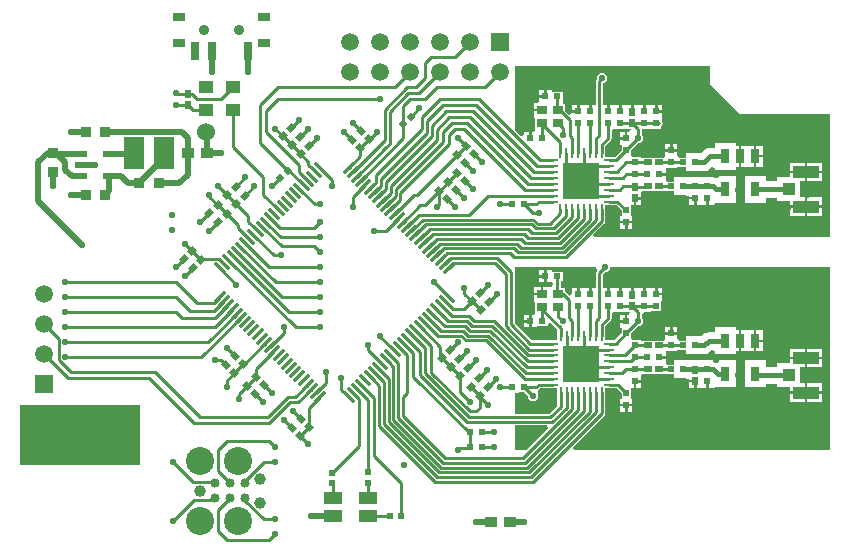
<source format=gtl>
G04 Layer_Physical_Order=1*
G04 Layer_Color=255*
%FSLAX25Y25*%
%MOIN*%
G70*
G01*
G75*
%ADD10R,0.02165X0.02165*%
%ADD11R,0.02165X0.02165*%
%ADD12R,0.05905X0.04331*%
%ADD13R,0.40000X0.20000*%
%ADD14R,0.01968X0.02559*%
%ADD15R,0.02756X0.05905*%
%ADD16R,0.03937X0.03150*%
%ADD17R,0.05118X0.04331*%
%ADD18O,0.00984X0.03740*%
%ADD19O,0.03740X0.00984*%
%ADD20R,0.12205X0.12205*%
%ADD21R,0.03937X0.03740*%
%ADD22R,0.03583X0.03780*%
G04:AMPARAMS|DCode=23|XSize=11.81mil|YSize=55.12mil|CornerRadius=0mil|HoleSize=0mil|Usage=FLASHONLY|Rotation=225.000|XOffset=0mil|YOffset=0mil|HoleType=Round|Shape=Round|*
%AMOVALD23*
21,1,0.04331,0.01181,0.00000,0.00000,315.0*
1,1,0.01181,-0.01531,0.01531*
1,1,0.01181,0.01531,-0.01531*
%
%ADD23OVALD23*%

G04:AMPARAMS|DCode=24|XSize=11.81mil|YSize=55.12mil|CornerRadius=0mil|HoleSize=0mil|Usage=FLASHONLY|Rotation=135.000|XOffset=0mil|YOffset=0mil|HoleType=Round|Shape=Round|*
%AMOVALD24*
21,1,0.04331,0.01181,0.00000,0.00000,225.0*
1,1,0.01181,0.01531,0.01531*
1,1,0.01181,-0.01531,-0.01531*
%
%ADD24OVALD24*%

%ADD25R,0.06575X0.10709*%
%ADD26R,0.04331X0.02362*%
%ADD27R,0.03740X0.03543*%
%ADD28R,0.03543X0.03740*%
%ADD29R,0.02559X0.01968*%
%ADD30R,0.01968X0.02362*%
%ADD31R,0.02362X0.01968*%
%ADD32R,0.03543X0.03150*%
%ADD33R,0.03937X0.03937*%
%ADD34R,0.08661X0.04134*%
G04:AMPARAMS|DCode=35|XSize=31mil|YSize=31mil|CornerRadius=15.5mil|HoleSize=0mil|Usage=FLASHONLY|Rotation=0.000|XOffset=0mil|YOffset=0mil|HoleType=Round|Shape=RoundedRectangle|*
%AMROUNDEDRECTD35*
21,1,0.03100,0.00000,0,0,0.0*
21,1,0.00000,0.03100,0,0,0.0*
1,1,0.03100,0.00000,0.00000*
1,1,0.03100,0.00000,0.00000*
1,1,0.03100,0.00000,0.00000*
1,1,0.03100,0.00000,0.00000*
%
%ADD35ROUNDEDRECTD35*%
%ADD36R,0.03000X0.05000*%
G04:AMPARAMS|DCode=37|XSize=19.68mil|YSize=23.62mil|CornerRadius=0mil|HoleSize=0mil|Usage=FLASHONLY|Rotation=135.000|XOffset=0mil|YOffset=0mil|HoleType=Round|Shape=Rectangle|*
%AMROTATEDRECTD37*
4,1,4,0.01531,0.00139,-0.00139,-0.01531,-0.01531,-0.00139,0.00139,0.01531,0.01531,0.00139,0.0*
%
%ADD37ROTATEDRECTD37*%

%ADD38P,0.03062X4X180.0*%
G04:AMPARAMS|DCode=39|XSize=19.68mil|YSize=23.62mil|CornerRadius=0mil|HoleSize=0mil|Usage=FLASHONLY|Rotation=45.000|XOffset=0mil|YOffset=0mil|HoleType=Round|Shape=Rectangle|*
%AMROTATEDRECTD39*
4,1,4,0.00139,-0.01531,-0.01531,0.00139,-0.00139,0.01531,0.01531,-0.00139,0.00139,-0.01531,0.0*
%
%ADD39ROTATEDRECTD39*%

G04:AMPARAMS|DCode=40|XSize=19.68mil|YSize=25.59mil|CornerRadius=0mil|HoleSize=0mil|Usage=FLASHONLY|Rotation=225.000|XOffset=0mil|YOffset=0mil|HoleType=Round|Shape=Rectangle|*
%AMROTATEDRECTD40*
4,1,4,-0.00209,0.01601,0.01601,-0.00209,0.00209,-0.01601,-0.01601,0.00209,-0.00209,0.01601,0.0*
%
%ADD40ROTATEDRECTD40*%

G04:AMPARAMS|DCode=41|XSize=19.68mil|YSize=25.59mil|CornerRadius=0mil|HoleSize=0mil|Usage=FLASHONLY|Rotation=315.000|XOffset=0mil|YOffset=0mil|HoleType=Round|Shape=Rectangle|*
%AMROTATEDRECTD41*
4,1,4,-0.01601,-0.00209,0.00209,0.01601,0.01601,0.00209,-0.00209,-0.01601,-0.01601,-0.00209,0.0*
%
%ADD41ROTATEDRECTD41*%

%ADD42C,0.01000*%
%ADD43C,0.02000*%
%ADD44C,0.01640*%
%ADD45C,0.05905*%
%ADD46R,0.05905X0.05905*%
%ADD47C,0.03543*%
%ADD48C,0.06000*%
%ADD49R,0.05905X0.05905*%
%ADD50C,0.03900*%
%ADD51C,0.09350*%
%ADD52C,0.02200*%
G36*
X203705Y51150D02*
X203039Y50150D01*
X202400D01*
Y47969D01*
X202000D01*
Y47569D01*
X200016D01*
Y45787D01*
X200416D01*
Y44033D01*
X198194Y41811D01*
X196250D01*
X196210Y41803D01*
X194903D01*
Y43110D01*
X194911Y43150D01*
Y45325D01*
X196793Y47207D01*
X197036Y47571D01*
X197122Y48000D01*
X197122Y48000D01*
Y50442D01*
X197584Y51250D01*
X198416D01*
Y51250D01*
X201584D01*
Y51250D01*
X202416D01*
Y51250D01*
X203663D01*
X203705Y51150D01*
D02*
G37*
G36*
X270000Y-56000D02*
X184469D01*
X184086Y-55076D01*
X194699Y-44464D01*
X194699Y-44464D01*
X194942Y-44100D01*
X195027Y-43671D01*
Y-36701D01*
X195019Y-36660D01*
Y-35354D01*
X196326D01*
X196366Y-35362D01*
X198744D01*
X200416Y-37033D01*
Y-38787D01*
X200016D01*
Y-40569D01*
X202000D01*
Y-40968D01*
D01*
Y-40569D01*
X203984D01*
Y-38787D01*
X203584D01*
Y-35914D01*
X203584Y-35250D01*
X204542Y-35150D01*
X204600D01*
Y-32969D01*
X205000D01*
Y-32568D01*
X206984D01*
Y-31474D01*
X207204Y-30739D01*
X207900Y-30584D01*
X214750D01*
Y-30584D01*
X215250D01*
Y-30584D01*
X217787D01*
Y-31984D01*
X222016D01*
Y-32409D01*
X223016D01*
Y-32470D01*
X225000D01*
Y-32870D01*
X225400D01*
Y-35150D01*
X226984D01*
Y-35150D01*
X227016Y-35150D01*
Y-35150D01*
X228600D01*
Y-32969D01*
X229400D01*
Y-35150D01*
X230984D01*
Y-35150D01*
X230984Y-35150D01*
X231922Y-35000D01*
X238500D01*
Y-26000D01*
X231984D01*
Y-25850D01*
X227984D01*
Y-25850D01*
X222016D01*
Y-26016D01*
X217787D01*
Y-27416D01*
X215971D01*
X215208Y-27015D01*
X215150Y-26458D01*
Y-25400D01*
X212968D01*
Y-24600D01*
X215150D01*
Y-23639D01*
X215354Y-22954D01*
X216039Y-22750D01*
X218319D01*
X218584Y-22750D01*
X218584Y-22750D01*
X219250Y-22584D01*
X219250Y-22584D01*
X221787D01*
Y-23984D01*
X228150D01*
Y-23825D01*
X228736Y-23747D01*
X229422Y-23463D01*
X230011Y-23011D01*
X230500Y-22523D01*
X231500Y-22774D01*
Y-24000D01*
X238500D01*
Y-23000D01*
X239600D01*
Y-19500D01*
Y-16000D01*
X238500D01*
Y-15000D01*
X231500D01*
Y-16656D01*
X229500D01*
X229500Y-16656D01*
X228764Y-16753D01*
X228078Y-17037D01*
X227489Y-17489D01*
X227489Y-17489D01*
X226962Y-18016D01*
X221787D01*
Y-19416D01*
X219900D01*
X219204Y-19261D01*
X218984Y-18526D01*
Y-17432D01*
X215016D01*
Y-18526D01*
X214796Y-19261D01*
X214100Y-19416D01*
X207250D01*
Y-19416D01*
X206584Y-19250D01*
X206584Y-19250D01*
X206319Y-19250D01*
X204377D01*
X203584Y-18750D01*
X203584Y-18320D01*
Y-17002D01*
X205877Y-14709D01*
X206000Y-14733D01*
X206663Y-14601D01*
X207226Y-14226D01*
X207601Y-13663D01*
X207733Y-13000D01*
X207601Y-12337D01*
X207226Y-11774D01*
X207121Y-11705D01*
Y-10642D01*
X207990Y-9750D01*
X209429D01*
X209584Y-9750D01*
Y-9750D01*
X210416Y-9718D01*
Y-9718D01*
X213584D01*
Y-6181D01*
X213984D01*
Y-4400D01*
X212000D01*
Y-4000D01*
X211600D01*
Y-1819D01*
X210016D01*
Y-1819D01*
X209984Y-1850D01*
X208400D01*
Y-4031D01*
X207600D01*
Y-1850D01*
X206984D01*
X206013Y-1850D01*
X205984Y-1850D01*
Y-1850D01*
X204400D01*
Y-4130D01*
X203600D01*
Y-1850D01*
X202016D01*
Y-1850D01*
X201987Y-1850D01*
X201016Y-1850D01*
X200400D01*
Y-4031D01*
X199600D01*
Y-1850D01*
X198016D01*
Y-1850D01*
X197984D01*
Y-1850D01*
X196400D01*
Y-4031D01*
X195600D01*
Y-1850D01*
X194122D01*
Y2535D01*
X194877Y3291D01*
X195000Y3267D01*
X195663Y3399D01*
X196226Y3774D01*
X196601Y4337D01*
X196733Y5000D01*
X270000D01*
Y-56000D01*
D02*
G37*
G36*
X179013Y-36660D02*
X179004Y-36701D01*
Y-41147D01*
X176273Y-43878D01*
X165000D01*
Y-36984D01*
X166213D01*
Y-36584D01*
X167967D01*
X169286Y-37903D01*
X169267Y-38000D01*
X169399Y-38663D01*
X169774Y-39226D01*
X170337Y-39601D01*
X171000Y-39733D01*
X171663Y-39601D01*
X172226Y-39226D01*
X172601Y-38663D01*
X172733Y-38000D01*
X172601Y-37337D01*
X172415Y-37058D01*
X172419Y-36765D01*
X172570Y-36083D01*
X172675Y-35872D01*
X172793Y-35793D01*
X173224Y-35362D01*
X177665D01*
X177706Y-35354D01*
X179013D01*
Y-36660D01*
D02*
G37*
G36*
X230000Y66000D02*
X240000Y56000D01*
X270000Y56000D01*
Y15000D01*
X191368D01*
X190986Y15924D01*
X194583Y19521D01*
X194583Y19521D01*
X194826Y19885D01*
X194911Y20314D01*
Y24450D01*
X194903Y24490D01*
Y25797D01*
X196210D01*
X196250Y25789D01*
X198594D01*
X200416Y23967D01*
Y22213D01*
X200016D01*
Y20432D01*
X202000D01*
X203984D01*
Y22213D01*
X203584D01*
Y25086D01*
X203584Y25750D01*
X204542Y25850D01*
X204600D01*
Y28130D01*
X205000D01*
Y28530D01*
X206984D01*
Y29526D01*
X207249Y30411D01*
X207982Y30416D01*
X214750D01*
Y30416D01*
X215250D01*
Y30416D01*
X217787D01*
Y29016D01*
X222016D01*
Y28787D01*
X223016D01*
Y28431D01*
X225000D01*
Y28032D01*
X225400D01*
Y25850D01*
X226984D01*
Y25850D01*
X227016Y25882D01*
X228600D01*
Y28063D01*
X229400D01*
Y25882D01*
X230984D01*
Y25882D01*
X231500Y26500D01*
X238500D01*
Y35500D01*
X231500D01*
Y35181D01*
X226016D01*
Y35150D01*
X222016D01*
Y34984D01*
X217787D01*
Y33584D01*
X215971D01*
X215208Y33985D01*
X215150Y34543D01*
Y35600D01*
X212968D01*
Y36400D01*
X215150D01*
Y37361D01*
X215354Y38045D01*
X216039Y38250D01*
X218319D01*
X218584Y38250D01*
X218584Y38250D01*
X219250Y38416D01*
X219250Y38416D01*
X221787D01*
Y37016D01*
X228150D01*
Y37175D01*
X228736Y37253D01*
X229422Y37537D01*
X230011Y37989D01*
X230500Y38478D01*
X231500Y38063D01*
Y37500D01*
X238500D01*
Y38500D01*
X239600D01*
Y42000D01*
Y45500D01*
X238500D01*
Y46500D01*
X231500D01*
Y44844D01*
X230000D01*
X230000Y44844D01*
X229264Y44747D01*
X228578Y44463D01*
X227989Y44011D01*
X227989Y44011D01*
X226962Y42984D01*
X221787D01*
Y41584D01*
X219900D01*
X219204Y41739D01*
X218984Y42474D01*
Y43569D01*
X215016D01*
Y42474D01*
X214796Y41739D01*
X214100Y41584D01*
X207250D01*
Y41584D01*
X206584Y41750D01*
X206584Y41750D01*
X206319Y41750D01*
X204377D01*
X203584Y42250D01*
X203584Y42680D01*
Y43998D01*
X205877Y46291D01*
X206000Y46267D01*
X206663Y46399D01*
X207226Y46774D01*
X207601Y47337D01*
X207733Y48000D01*
X207601Y48663D01*
X207226Y49226D01*
X207121Y49295D01*
Y51130D01*
X207122Y51130D01*
X207220Y51250D01*
X209584D01*
Y51250D01*
X210416D01*
Y51250D01*
X213584D01*
Y52067D01*
X213793Y52207D01*
X214036Y52571D01*
X214122Y53000D01*
X214036Y53429D01*
X213793Y53793D01*
X213797Y53865D01*
X213984Y54787D01*
X213984D01*
Y56568D01*
X212000D01*
Y56968D01*
X211600D01*
Y59150D01*
X210016D01*
Y59150D01*
X209984D01*
Y59150D01*
X208400D01*
Y56968D01*
X207600D01*
Y59150D01*
X206984D01*
X206013Y59150D01*
X205984Y59150D01*
Y59150D01*
X204400D01*
Y56870D01*
X203600D01*
Y59150D01*
X202016D01*
Y59150D01*
X201987Y59150D01*
X201016Y59150D01*
X200400D01*
Y56968D01*
X199600D01*
Y59150D01*
X198016D01*
Y59150D01*
X197984D01*
Y59150D01*
X196400D01*
Y56968D01*
X195600D01*
Y59150D01*
X194122D01*
Y66291D01*
X194663Y66399D01*
X195226Y66774D01*
X195601Y67337D01*
X195733Y68000D01*
X195601Y68663D01*
X195226Y69226D01*
X194663Y69601D01*
X194000Y69733D01*
X193337Y69601D01*
X192774Y69226D01*
X192399Y68663D01*
X192267Y68000D01*
X192291Y67877D01*
X192207Y67793D01*
X191964Y67429D01*
X191878Y67000D01*
X191878Y67000D01*
Y59150D01*
X190400D01*
Y56968D01*
X189600D01*
Y59150D01*
X188016D01*
Y59150D01*
X187984D01*
Y59150D01*
X186400D01*
Y56968D01*
X186000D01*
Y56568D01*
X184016D01*
Y56300D01*
X183016Y55886D01*
X181687Y57215D01*
Y59505D01*
X180998D01*
X180781Y60416D01*
X180781D01*
Y63584D01*
X177244D01*
Y63984D01*
X175463D01*
Y62000D01*
X175063D01*
Y61600D01*
X172882D01*
Y60016D01*
X171928Y59905D01*
X171228D01*
Y57731D01*
X174000D01*
Y56931D01*
X171228D01*
Y54756D01*
X171628D01*
Y50825D01*
X171244Y49984D01*
X170431D01*
Y48000D01*
X169632D01*
Y49984D01*
X167850D01*
Y49042D01*
X166927Y48660D01*
X165000Y50586D01*
Y72000D01*
X230000D01*
Y66000D01*
D02*
G37*
G36*
X192414Y4000D02*
X192207Y3793D01*
X191964Y3429D01*
X191878Y3000D01*
X191878Y3000D01*
Y-1850D01*
X190400D01*
Y-4031D01*
X189600D01*
Y-1850D01*
X188016D01*
Y-1850D01*
X187984D01*
Y-1850D01*
X186400D01*
Y-4031D01*
X185600D01*
Y-1850D01*
X184016D01*
Y-4015D01*
X183016Y-4430D01*
X181793Y-3207D01*
X181687Y-3136D01*
Y-1825D01*
X180090D01*
Y416D01*
X180750D01*
Y3584D01*
X177213D01*
Y3984D01*
X175432D01*
Y2000D01*
Y16D01*
X177213D01*
X177593Y-426D01*
X177338Y-1500D01*
X176847Y-1601D01*
X176772Y-1425D01*
X174400D01*
Y-4000D01*
X174000D01*
Y-4400D01*
X171228D01*
Y-6575D01*
X171628D01*
Y-10258D01*
X171628Y-10505D01*
X170840Y-11016D01*
X170431D01*
Y-13000D01*
Y-14984D01*
X172213D01*
Y-14584D01*
X175750D01*
Y-13754D01*
X176673Y-13371D01*
X179004Y-15702D01*
Y-18000D01*
X179013Y-18040D01*
Y-19347D01*
X177706D01*
X177665Y-19339D01*
X170451D01*
X165000Y-13888D01*
Y5000D01*
X192000D01*
X192414Y4000D01*
D02*
G37*
G36*
X176031Y-48645D02*
X168677Y-56000D01*
X165000D01*
Y-47722D01*
X175648D01*
X176031Y-48645D01*
D02*
G37*
G36*
X201584Y-9750D02*
X202416D01*
X203352Y-9878D01*
X202770Y-10850D01*
X202400D01*
Y-13032D01*
X202000D01*
Y-13431D01*
X200016D01*
Y-15213D01*
X200416D01*
Y-16967D01*
X198043Y-19339D01*
X196366D01*
X196326Y-19347D01*
X195019D01*
Y-18040D01*
X195027Y-18000D01*
Y-14559D01*
X196793Y-12793D01*
X196793Y-12793D01*
X197036Y-12429D01*
X197122Y-12000D01*
X197122Y-12000D01*
Y-10558D01*
X197584Y-9750D01*
X198416D01*
Y-9750D01*
X201584D01*
Y-9750D01*
D02*
G37*
%LPC*%
G36*
X201600Y50150D02*
X200016D01*
Y48368D01*
X201600D01*
Y50150D01*
D02*
G37*
G36*
X247500Y-16000D02*
X245400D01*
Y-19100D01*
X247500D01*
Y-16000D01*
D02*
G37*
G36*
X216600Y-14850D02*
X215016D01*
Y-16632D01*
X216600D01*
Y-14850D01*
D02*
G37*
G36*
X244600Y-16000D02*
X240400D01*
Y-19500D01*
Y-23000D01*
X244600D01*
Y-19500D01*
Y-16000D01*
D02*
G37*
G36*
X247500Y-19900D02*
X245400D01*
Y-23000D01*
X247500D01*
Y-19900D01*
D02*
G37*
G36*
X218984Y-14850D02*
X217400D01*
Y-16632D01*
X218984D01*
Y-14850D01*
D02*
G37*
G36*
X267331Y-37207D02*
X262400D01*
Y-39874D01*
X267331D01*
Y-37207D01*
D02*
G37*
G36*
Y-33740D02*
X262400D01*
Y-36407D01*
X267331D01*
Y-33740D01*
D02*
G37*
G36*
X261600Y-37207D02*
X256669D01*
Y-39874D01*
X261600D01*
Y-37207D01*
D02*
G37*
G36*
X201600Y-41368D02*
X200016D01*
Y-43150D01*
X201600D01*
Y-41368D01*
D02*
G37*
G36*
X203984D02*
X202400D01*
Y-43150D01*
X203984D01*
Y-41368D01*
D02*
G37*
G36*
X224600Y-33270D02*
X223016D01*
Y-35150D01*
X224600D01*
Y-33270D01*
D02*
G37*
G36*
X261600Y-22126D02*
X256669D01*
Y-24793D01*
X261600D01*
Y-22126D01*
D02*
G37*
G36*
X267331D02*
X262400D01*
Y-24793D01*
X267331D01*
Y-22126D01*
D02*
G37*
G36*
X261600Y-25593D02*
X256669D01*
Y-27031D01*
X252126D01*
Y-28156D01*
X248500D01*
Y-26000D01*
X241500D01*
Y-35000D01*
X248500D01*
Y-33844D01*
X252126D01*
Y-34969D01*
X256669D01*
Y-36407D01*
X261600D01*
Y-33740D01*
X260063D01*
Y-28260D01*
X261600D01*
Y-25593D01*
D02*
G37*
G36*
X206984Y-33369D02*
X205400D01*
Y-35150D01*
X206984D01*
Y-33369D01*
D02*
G37*
G36*
X267331Y-25593D02*
X262400D01*
Y-28260D01*
X267331D01*
Y-25593D01*
D02*
G37*
G36*
X213984Y-1819D02*
X212400D01*
Y-3600D01*
X213984D01*
Y-1819D01*
D02*
G37*
G36*
X247500Y41600D02*
X245400D01*
Y38500D01*
X247500D01*
Y41600D01*
D02*
G37*
G36*
Y45500D02*
X245400D01*
Y42400D01*
X247500D01*
Y45500D01*
D02*
G37*
G36*
X242500Y45500D02*
X240400D01*
Y42000D01*
Y38500D01*
X242500D01*
Y38500D01*
X244600D01*
Y42000D01*
Y45500D01*
X242500D01*
Y45500D01*
D02*
G37*
G36*
X261600Y39874D02*
X256669D01*
Y37207D01*
X261600D01*
Y39874D01*
D02*
G37*
G36*
X267331D02*
X262400D01*
Y37207D01*
X267331D01*
Y39874D01*
D02*
G37*
G36*
X216600Y46150D02*
X215016D01*
Y44368D01*
X216600D01*
Y46150D01*
D02*
G37*
G36*
X213984Y59150D02*
X212400D01*
Y57368D01*
X213984D01*
Y59150D01*
D02*
G37*
G36*
X174663Y63984D02*
X172882D01*
Y62400D01*
X174663D01*
Y63984D01*
D02*
G37*
G36*
X185600Y59150D02*
X184016D01*
Y57368D01*
X185600D01*
Y59150D01*
D02*
G37*
G36*
X218984Y46150D02*
X217400D01*
Y44368D01*
X218984D01*
Y46150D01*
D02*
G37*
G36*
X261600Y36407D02*
X256669D01*
Y34969D01*
X252126D01*
Y33844D01*
X248500D01*
Y35500D01*
X241500D01*
Y26500D01*
X248500D01*
Y28156D01*
X252126D01*
Y27031D01*
X256669D01*
Y25593D01*
X261600D01*
Y28260D01*
X260063D01*
Y33740D01*
X261600D01*
Y36407D01*
D02*
G37*
G36*
X201600Y19632D02*
X200016D01*
Y17850D01*
X201600D01*
Y19632D01*
D02*
G37*
G36*
X203984D02*
X202400D01*
Y17850D01*
X203984D01*
Y19632D01*
D02*
G37*
G36*
X261600Y24793D02*
X256669D01*
Y22126D01*
X261600D01*
Y24793D01*
D02*
G37*
G36*
X224600Y27632D02*
X223016D01*
Y25850D01*
X224600D01*
Y27632D01*
D02*
G37*
G36*
X267331Y36407D02*
X262400D01*
Y33740D01*
X267331D01*
Y36407D01*
D02*
G37*
G36*
X206984Y27730D02*
X205400D01*
Y25850D01*
X206984D01*
Y27730D01*
D02*
G37*
G36*
X267331Y24793D02*
X262400D01*
Y22126D01*
X267331D01*
Y24793D01*
D02*
G37*
G36*
Y28260D02*
X262400D01*
Y25593D01*
X267331D01*
Y28260D01*
D02*
G37*
G36*
X169632Y-11016D02*
X167850D01*
Y-12600D01*
X169632D01*
Y-11016D01*
D02*
G37*
G36*
Y-13400D02*
X167850D01*
Y-14984D01*
X169632D01*
Y-13400D01*
D02*
G37*
G36*
X173600Y-1425D02*
X171228D01*
Y-3600D01*
X173600D01*
Y-1425D01*
D02*
G37*
G36*
X174632Y3984D02*
X172850D01*
Y2400D01*
X174632D01*
Y3984D01*
D02*
G37*
G36*
Y1600D02*
X172850D01*
Y16D01*
X174632D01*
Y1600D01*
D02*
G37*
G36*
X201600Y-10850D02*
X200016D01*
Y-12631D01*
X201600D01*
Y-10850D01*
D02*
G37*
%LPD*%
D10*
X104000Y-67000D02*
D03*
Y-63457D02*
D03*
X116000Y-66772D02*
D03*
Y-63228D02*
D03*
D11*
X123228Y-78000D02*
D03*
X126772D02*
D03*
D12*
X104095Y-72047D02*
D03*
Y-77953D02*
D03*
X115905D02*
D03*
Y-72047D02*
D03*
D13*
X20000Y-51000D02*
D03*
D14*
X56000Y62870D02*
D03*
Y59130D02*
D03*
X225000Y-32870D02*
D03*
Y-29130D02*
D03*
X204000Y-4130D02*
D03*
Y-7870D02*
D03*
Y56870D02*
D03*
Y53130D02*
D03*
X205000Y28130D02*
D03*
Y31870D02*
D03*
D15*
X75858Y77110D02*
D03*
X64047D02*
D03*
X58142D02*
D03*
D16*
X81173Y88331D02*
D03*
Y79669D02*
D03*
X52827Y88331D02*
D03*
Y79669D02*
D03*
D17*
X71055Y57520D02*
D03*
X62000D02*
D03*
Y65000D02*
D03*
X71055D02*
D03*
D18*
X193790Y43150D02*
D03*
X191821D02*
D03*
X189853D02*
D03*
X187884D02*
D03*
X185916D02*
D03*
X183947D02*
D03*
X181979D02*
D03*
X180010D02*
D03*
Y24450D02*
D03*
X181979D02*
D03*
X183947D02*
D03*
X185916D02*
D03*
X187884D02*
D03*
X189853D02*
D03*
X191821D02*
D03*
X193790D02*
D03*
X193905Y-36701D02*
D03*
X191937D02*
D03*
X189969D02*
D03*
X188000D02*
D03*
X186031D02*
D03*
X184063D02*
D03*
X182095D02*
D03*
X180126D02*
D03*
Y-18000D02*
D03*
X182095D02*
D03*
X184063D02*
D03*
X186031D02*
D03*
X188000D02*
D03*
X189969D02*
D03*
X191937D02*
D03*
X193905D02*
D03*
D19*
X177550Y40690D02*
D03*
Y38721D02*
D03*
Y36753D02*
D03*
Y34784D02*
D03*
Y32816D02*
D03*
Y30847D02*
D03*
Y28879D02*
D03*
Y26910D02*
D03*
X196250D02*
D03*
Y28879D02*
D03*
Y30847D02*
D03*
Y32816D02*
D03*
Y34784D02*
D03*
Y36753D02*
D03*
Y38721D02*
D03*
Y40690D02*
D03*
X196366Y-20461D02*
D03*
Y-22429D02*
D03*
Y-24398D02*
D03*
Y-26366D02*
D03*
Y-28335D02*
D03*
Y-30303D02*
D03*
Y-32272D02*
D03*
Y-34240D02*
D03*
X177665D02*
D03*
Y-32272D02*
D03*
Y-30303D02*
D03*
Y-28335D02*
D03*
Y-26366D02*
D03*
Y-24398D02*
D03*
Y-22429D02*
D03*
Y-20461D02*
D03*
D20*
X186900Y33800D02*
D03*
X187016Y-27350D02*
D03*
D21*
X163150Y-80000D02*
D03*
X156850D02*
D03*
X55850Y43000D02*
D03*
X62150D02*
D03*
D22*
X39673Y33000D02*
D03*
X46327Y33000D02*
D03*
D23*
X109470Y-38271D02*
D03*
X110862Y-36879D02*
D03*
X112254Y-35487D02*
D03*
X113646Y-34095D02*
D03*
X115038Y-32703D02*
D03*
X116430Y-31311D02*
D03*
X117822Y-29919D02*
D03*
X119213Y-28527D02*
D03*
X120605Y-27135D02*
D03*
X121997Y-25743D02*
D03*
X123389Y-24351D02*
D03*
X124781Y-22959D02*
D03*
X126173Y-21567D02*
D03*
X127565Y-20175D02*
D03*
X128957Y-18783D02*
D03*
X130349Y-17391D02*
D03*
X131741Y-16000D02*
D03*
X133133Y-14608D02*
D03*
X134525Y-13216D02*
D03*
X135917Y-11824D02*
D03*
X137309Y-10432D02*
D03*
X138701Y-9040D02*
D03*
X140093Y-7648D02*
D03*
X141484Y-6256D02*
D03*
X142877Y-4864D02*
D03*
X100005Y38008D02*
D03*
X98613Y36616D02*
D03*
X97221Y35224D02*
D03*
X95829Y33832D02*
D03*
X94437Y32440D02*
D03*
X93045Y31048D02*
D03*
X91653Y29656D02*
D03*
X90261Y28264D02*
D03*
X88869Y26872D02*
D03*
X87477Y25480D02*
D03*
X86085Y24088D02*
D03*
X84693Y22696D02*
D03*
X83301Y21305D02*
D03*
X81909Y19913D02*
D03*
X80517Y18521D02*
D03*
X79125Y17129D02*
D03*
X77734Y15737D02*
D03*
X76342Y14345D02*
D03*
X74950Y12953D02*
D03*
X73558Y11561D02*
D03*
X72166Y10169D02*
D03*
X70774Y8777D02*
D03*
X69382Y7385D02*
D03*
X67990Y5993D02*
D03*
X66598Y4601D02*
D03*
D24*
X142877Y4601D02*
D03*
X141484Y5993D02*
D03*
X140093Y7385D02*
D03*
X138701Y8777D02*
D03*
X137309Y10169D02*
D03*
X135917Y11561D02*
D03*
X134525Y12953D02*
D03*
X133133Y14345D02*
D03*
X131741Y15737D02*
D03*
X130349Y17129D02*
D03*
X128957Y18521D02*
D03*
X127565Y19913D02*
D03*
X126173Y21305D02*
D03*
X124781Y22696D02*
D03*
X123389Y24088D02*
D03*
X121997Y25480D02*
D03*
X120605Y26872D02*
D03*
X119213Y28264D02*
D03*
X117822Y29656D02*
D03*
X116430Y31048D02*
D03*
X115038Y32440D02*
D03*
X113646Y33832D02*
D03*
X112254Y35224D02*
D03*
X110862Y36616D02*
D03*
X109470Y38008D02*
D03*
X66598Y-4864D02*
D03*
X67990Y-6256D02*
D03*
X69382Y-7648D02*
D03*
X70774Y-9040D02*
D03*
X72166Y-10432D02*
D03*
X73558Y-11824D02*
D03*
X74950Y-13216D02*
D03*
X76342Y-14608D02*
D03*
X77734Y-16000D02*
D03*
X79125Y-17391D02*
D03*
X80518Y-18783D02*
D03*
X81909Y-20175D02*
D03*
X83301Y-21567D02*
D03*
X84693Y-22959D02*
D03*
X86085Y-24351D02*
D03*
X87477Y-25743D02*
D03*
X88869Y-27135D02*
D03*
X90261Y-28527D02*
D03*
X91653Y-29919D02*
D03*
X93045Y-31311D02*
D03*
X94437Y-32703D02*
D03*
X95829Y-34095D02*
D03*
X97221Y-35487D02*
D03*
X98613Y-36879D02*
D03*
X100005Y-38271D02*
D03*
D25*
X38000Y43000D02*
D03*
X48000D02*
D03*
D26*
X29724Y42740D02*
D03*
X29724Y35260D02*
D03*
X20276Y35260D02*
D03*
Y39000D02*
D03*
Y42740D02*
D03*
D27*
X28150Y50000D02*
D03*
X21850D02*
D03*
X28150Y29000D02*
D03*
X21850Y29000D02*
D03*
D28*
X11000Y43150D02*
D03*
X11000Y36850D02*
D03*
D29*
X209130Y-29000D02*
D03*
X212870D02*
D03*
X209130Y-21000D02*
D03*
X212870D02*
D03*
X209130Y32000D02*
D03*
X212870D02*
D03*
X209130Y40000D02*
D03*
X212870D02*
D03*
D30*
X205000Y-32969D02*
D03*
Y-29032D02*
D03*
X202000Y-13032D02*
D03*
Y-16969D02*
D03*
X205000Y-24969D02*
D03*
Y-21032D02*
D03*
X217000Y-17031D02*
D03*
Y-20968D02*
D03*
X229000Y-32969D02*
D03*
Y-29032D02*
D03*
X202000Y-40968D02*
D03*
Y-37031D02*
D03*
X186000Y-4031D02*
D03*
Y-7969D02*
D03*
X190000Y-4031D02*
D03*
Y-7969D02*
D03*
X196000Y-4031D02*
D03*
Y-7969D02*
D03*
X200000Y-4031D02*
D03*
Y-7969D02*
D03*
X208000Y-4031D02*
D03*
Y-7969D02*
D03*
X212000Y-4000D02*
D03*
Y-7937D02*
D03*
Y56968D02*
D03*
Y53031D02*
D03*
X208000Y56968D02*
D03*
Y53031D02*
D03*
X196000Y56968D02*
D03*
Y53031D02*
D03*
X190000Y56968D02*
D03*
Y53031D02*
D03*
X186000Y56968D02*
D03*
Y53031D02*
D03*
X200000Y56968D02*
D03*
Y53031D02*
D03*
X202000Y47969D02*
D03*
Y44032D02*
D03*
X217000Y43968D02*
D03*
Y40031D02*
D03*
X229000Y28063D02*
D03*
Y32000D02*
D03*
X225000Y28032D02*
D03*
Y31969D02*
D03*
X202000Y20031D02*
D03*
Y23968D02*
D03*
X205000Y39968D02*
D03*
Y36031D02*
D03*
D31*
X209032Y-25000D02*
D03*
X212968D02*
D03*
X221031Y-21000D02*
D03*
X224969D02*
D03*
X217032Y-29000D02*
D03*
X220969D02*
D03*
X164032Y-35000D02*
D03*
X167968D02*
D03*
X170031Y-13000D02*
D03*
X173969D02*
D03*
X175031Y2000D02*
D03*
X178969D02*
D03*
X175063Y62000D02*
D03*
X179000D02*
D03*
X170031Y48000D02*
D03*
X173969D02*
D03*
X164032Y26000D02*
D03*
X167968D02*
D03*
X221031Y40000D02*
D03*
X224969D02*
D03*
X217032Y32000D02*
D03*
X220969D02*
D03*
X209032Y36000D02*
D03*
X212968D02*
D03*
X153969Y-50000D02*
D03*
X150031Y-50000D02*
D03*
X153969Y-55000D02*
D03*
X150031D02*
D03*
D32*
X179413Y-8331D02*
D03*
X174000Y-8331D02*
D03*
Y-4000D02*
D03*
X179315Y-4000D02*
D03*
Y57331D02*
D03*
X174000Y57331D02*
D03*
Y53000D02*
D03*
X179413Y53000D02*
D03*
D33*
X256095Y31000D02*
D03*
Y-31000D02*
D03*
D34*
X262000Y36807D02*
D03*
Y25193D02*
D03*
Y-25193D02*
D03*
Y-36807D02*
D03*
D35*
X65000Y-67000D02*
D03*
X65000Y-72000D02*
D03*
X70000Y-67000D02*
D03*
X70000Y-72000D02*
D03*
X75000Y-67000D02*
D03*
X75000Y-72000D02*
D03*
D36*
X245000Y42000D02*
D03*
X240000Y42000D02*
D03*
X235000Y42000D02*
D03*
X235000Y31000D02*
D03*
X245000D02*
D03*
Y-19500D02*
D03*
X240000D02*
D03*
X235000D02*
D03*
Y-30500D02*
D03*
X245000D02*
D03*
D37*
X66000Y20000D02*
D03*
X68784Y22784D02*
D03*
X63000Y23000D02*
D03*
X65784Y25784D02*
D03*
X74784Y28784D02*
D03*
X72000Y26000D02*
D03*
X71784Y31784D02*
D03*
X69000Y29000D02*
D03*
X90392Y51392D02*
D03*
X87608Y48608D02*
D03*
X93392Y48392D02*
D03*
X90608Y45608D02*
D03*
X96392Y45392D02*
D03*
X93608Y42608D02*
D03*
X153392Y-3608D02*
D03*
X150608Y-6392D02*
D03*
X156392Y-6608D02*
D03*
X153608Y-9392D02*
D03*
X143392Y-22608D02*
D03*
X140608Y-25392D02*
D03*
X156000Y-35000D02*
D03*
X153216Y-37784D02*
D03*
X153000Y-32000D02*
D03*
X150216Y-34784D02*
D03*
X149392Y-28608D02*
D03*
X146608Y-31392D02*
D03*
X57608Y4608D02*
D03*
X60392Y7392D02*
D03*
X54608Y7608D02*
D03*
X57392Y10392D02*
D03*
D38*
X86747Y34747D02*
D03*
X89253Y37253D02*
D03*
X130253Y55253D02*
D03*
X127747Y52747D02*
D03*
D39*
X113608Y50392D02*
D03*
X116392Y47608D02*
D03*
X110608Y47392D02*
D03*
X113392Y44608D02*
D03*
X151392Y42608D02*
D03*
X148608Y45392D02*
D03*
X148392Y39608D02*
D03*
X145608Y42392D02*
D03*
X148392Y33608D02*
D03*
X145608Y36392D02*
D03*
X145392Y30608D02*
D03*
X142608Y33392D02*
D03*
X93608Y-45608D02*
D03*
X96392Y-48392D02*
D03*
X90608Y-48608D02*
D03*
X93392Y-51392D02*
D03*
X81392Y-34392D02*
D03*
X78608Y-31608D02*
D03*
X78392Y-37392D02*
D03*
X75608Y-34608D02*
D03*
X68608Y-27608D02*
D03*
X71392Y-30392D02*
D03*
X71608Y-24608D02*
D03*
X74392Y-27392D02*
D03*
D40*
X142322Y27678D02*
D03*
X139678Y30322D02*
D03*
D41*
X146322Y-25678D02*
D03*
X143678Y-28322D02*
D03*
D42*
X60392Y7823D02*
X66160D01*
X57450Y-66450D02*
X65000D01*
X187884Y34784D02*
Y43150D01*
X187884Y32816D02*
X196250D01*
X187884D02*
X191821Y28879D01*
X188000Y-26366D02*
Y-18000D01*
X188000Y-28335D02*
X196366D01*
X188000D02*
X191937Y-32272D01*
X203902Y-7969D02*
X206000Y-10067D01*
X57950Y-72550D02*
X65000D01*
X131000Y-31569D02*
X150137Y-50706D01*
X146757Y-55243D02*
X150031D01*
X126772Y-78000D02*
Y-66772D01*
X118000Y-58000D02*
X126772Y-66772D01*
X118000Y-58000D02*
Y-38449D01*
X113646Y-34095D02*
X118000Y-38449D01*
X116000Y-63228D02*
Y-39233D01*
X112254Y-35487D02*
X116000Y-39233D01*
X104000Y-63457D02*
X113000Y-54457D01*
Y-39017D01*
X110862Y-36879D02*
X113000Y-39017D01*
X123181Y-77953D02*
X123228Y-78000D01*
X115905Y-77953D02*
X123181D01*
X115905Y-66866D02*
X116000Y-66772D01*
X115905Y-72047D02*
Y-66866D01*
X104000Y-67000D02*
X104095Y-67094D01*
Y-72047D02*
Y-67094D01*
X91524Y-38400D02*
X95829Y-34095D01*
X89337Y-38400D02*
X91524D01*
X82737Y-45000D02*
X89337Y-38400D01*
X60000Y-45000D02*
X82737D01*
X45000Y-30000D02*
X60000Y-45000D01*
X92708Y-40000D02*
X97221Y-35487D01*
X90000Y-40000D02*
X92708D01*
X83000Y-47000D02*
X90000Y-40000D01*
X58000Y-47000D02*
X83000D01*
X43000Y-32000D02*
X58000Y-47000D01*
X16000Y-32000D02*
X43000D01*
X8000Y-24000D02*
X16000Y-32000D01*
X16889Y-30000D02*
X45000D01*
X12800Y-25911D02*
X16889Y-30000D01*
X12800Y-25911D02*
Y-18800D01*
X8000Y-14000D02*
X12800Y-18800D01*
X81000Y29174D02*
X86085Y24088D01*
X81000Y29174D02*
Y35000D01*
X71055Y44945D02*
X81000Y35000D01*
X71055Y44945D02*
Y57520D01*
X52000Y59000D02*
X52130Y59130D01*
X56000D01*
X52000Y63000D02*
X52130Y62870D01*
X56000D01*
X67055Y61000D02*
X71055Y65000D01*
X59000Y61000D02*
X67055D01*
X57130Y62870D02*
X59000Y61000D01*
X56000Y62870D02*
X57130D01*
X57610Y57520D02*
X62000D01*
X56000Y59130D02*
X57610Y57520D01*
X96392Y-41883D02*
X100005Y-38271D01*
X96392Y-48392D02*
Y-41883D01*
X75608Y-34608D02*
X78608Y-31608D01*
X73000Y-37216D02*
X75608Y-34608D01*
X78392Y-37392D02*
X81000Y-40000D01*
X88000Y-46000D02*
X90608Y-48608D01*
X186000Y48000D02*
Y53031D01*
X185916Y47916D02*
X186000Y48000D01*
X185916Y43150D02*
Y47916D01*
X190000Y48165D02*
Y53031D01*
X189853Y48017D02*
X190000Y48165D01*
X189853Y43150D02*
Y48017D01*
X191231Y38131D02*
X191821Y38721D01*
X187884Y34784D02*
X191231Y38131D01*
X98093Y26000D02*
X100000D01*
X93045Y31048D02*
X98093Y26000D01*
X150216Y-34784D02*
X150216D01*
X153216Y-37784D01*
X153216D02*
X153216D01*
X153216Y-41784D02*
Y-37784D01*
X153216Y-38216D02*
Y-37784D01*
X193905Y-43671D02*
Y-36701D01*
X191937Y-43377D02*
Y-36701D01*
X189969Y-43082D02*
Y-36701D01*
X188000Y-42788D02*
Y-36701D01*
X180126Y-41611D02*
Y-36701D01*
X186031Y-42494D02*
Y-36701D01*
X184063Y-42200D02*
Y-36701D01*
X182095Y-41906D02*
Y-36701D01*
X126173Y-21567D02*
X129000Y-24394D01*
Y-37000D02*
Y-24394D01*
X127600Y-38400D02*
X129000Y-37000D01*
X116430Y-31311D02*
X119600Y-34481D01*
X117822Y-29919D02*
X121200Y-33297D01*
X119213Y-28527D02*
X122800Y-32114D01*
X121997Y-25743D02*
X124400Y-28146D01*
X123389Y-24351D02*
X126000Y-26962D01*
X128957Y-18783D02*
X133400Y-23226D01*
X163600Y-14074D02*
X169986Y-20461D01*
X162000Y-14737D02*
X169692Y-22429D01*
X169986Y-20461D02*
X177665D01*
X169692Y-22429D02*
X177665D01*
X169398Y-24398D02*
X177665D01*
X169103Y-26366D02*
X177665D01*
X168221Y-32272D02*
X177665D01*
X168515Y-30303D02*
X177665D01*
X168809Y-28335D02*
X177665D01*
X176535Y19535D02*
X180010Y23010D01*
X166864Y14487D02*
X168216Y13136D01*
X165680Y12887D02*
X167032Y11535D01*
X164497Y11287D02*
X165848Y9935D01*
X163313Y9687D02*
X164664Y8336D01*
X156079Y28879D02*
X177550D01*
X180010Y23010D02*
Y24450D01*
X181811Y8336D02*
X193790Y20314D01*
X164664Y8336D02*
X181811D01*
X193790Y20314D02*
Y24450D01*
X181148Y9935D02*
X191821Y20608D01*
X165848Y9935D02*
X181148D01*
X191821Y20608D02*
Y24450D01*
X180486Y11535D02*
X189853Y20903D01*
X167032Y11535D02*
X180486D01*
X189853Y20903D02*
Y24450D01*
X179823Y13136D02*
X187884Y21197D01*
X168216Y13136D02*
X179823D01*
X187884Y21197D02*
Y24450D01*
X179160Y14736D02*
X185916Y21491D01*
Y24450D01*
X178498Y16335D02*
X183947Y21785D01*
Y24450D01*
X177835Y17935D02*
X181979Y22080D01*
Y24450D01*
X130349Y17129D02*
X134108Y20887D01*
X131741Y15737D02*
X135292Y19287D01*
X133133Y14345D02*
X136476Y17687D01*
X134525Y12953D02*
X137659Y16087D01*
X126732Y27431D02*
Y29812D01*
X123389Y24088D02*
X126732Y27431D01*
X125132Y28615D02*
Y30996D01*
X121997Y25480D02*
X125132Y28615D01*
X123532Y29799D02*
Y32180D01*
X120605Y26872D02*
X123532Y29799D01*
X121932Y30983D02*
Y33364D01*
X119213Y28264D02*
X121932Y30983D01*
X120332Y32166D02*
Y34548D01*
X117822Y29656D02*
X120332Y32166D01*
X118732Y33350D02*
Y35732D01*
X116430Y31048D02*
X118732Y33350D01*
X71784Y31784D02*
X75000Y35000D01*
X74784Y28784D02*
X78000Y32000D01*
X66000D02*
X69000Y29000D01*
X72000Y26000D01*
X72000D01*
X76000Y22000D01*
Y20254D02*
Y22000D01*
Y20254D02*
X79125Y17129D01*
X65784Y25784D02*
X68784Y22784D01*
X55000Y2000D02*
X57608Y4608D01*
X57392Y10392D02*
X60392Y7392D01*
Y7392D02*
Y7392D01*
Y7823D01*
X66160D02*
X67990Y5993D01*
X55000Y12784D02*
X57392Y10392D01*
X66598Y4601D02*
X72000Y-801D01*
X15000Y-25000D02*
X60381D01*
X73558Y-11824D01*
X15000Y-20000D02*
X62598D01*
X72166Y-10432D01*
X64646Y-9600D02*
X67990Y-6256D01*
X15000Y-15000D02*
X64814D01*
X70774Y-9040D01*
X65030Y-12000D02*
X69382Y-7648D01*
X15000Y-10000D02*
X52000D01*
X54000Y-12000D01*
X65030D01*
X64462Y-7000D02*
X66598Y-4864D01*
X15000Y-5000D02*
X52000D01*
X56600Y-9600D01*
X64646D01*
X15000Y0D02*
X52000D01*
X59000Y-7000D01*
X64462D01*
X100005Y38008D02*
X104000Y34012D01*
Y32000D02*
Y34012D01*
X111000Y28403D02*
X115038Y32440D01*
X142864Y-4864D02*
X142877D01*
X138000Y0D02*
X142864Y-4864D01*
X120000Y-18178D02*
X124781Y-22959D01*
X120000Y-18178D02*
Y-18000D01*
X98613Y-36879D02*
X102000Y-33491D01*
Y-30000D01*
X107000Y-35801D02*
X109470Y-38271D01*
X107000Y-35801D02*
Y-31801D01*
X116000Y-22530D02*
X120605Y-27135D01*
X116000Y-22530D02*
Y-21000D01*
X65000Y-67000D02*
Y-66450D01*
X51000Y-60000D02*
X57450Y-66450D01*
X66000Y-63000D02*
X70000Y-67000D01*
X75000D02*
Y-66187D01*
X81187Y-60000D01*
X85000D01*
X75000Y-72813D02*
Y-72000D01*
Y-72813D02*
X81187Y-79000D01*
X85000D01*
X66000Y-76000D02*
X70000Y-72000D01*
X65000Y-72550D02*
Y-72000D01*
X51000Y-79500D02*
X57950Y-72550D01*
X83000Y-53000D02*
X85000Y-55000D01*
X83000Y-86000D02*
X85000Y-84000D01*
X81392Y-34392D02*
X84000Y-37000D01*
X91000Y-43000D02*
X93608Y-45608D01*
X93392Y-51392D02*
X93392D01*
X96392Y-48392D01*
X96000Y-54000D02*
Y-54000D01*
X93392Y-51392D02*
X96000Y-54000D01*
X66000Y-83000D02*
Y-76000D01*
Y-83000D02*
X69000Y-86000D01*
X83000D01*
X66000Y-63000D02*
Y-56000D01*
X69000Y-53000D01*
X83000D01*
X69000Y-22000D02*
X71608Y-24608D01*
X71392Y-30392D02*
X74392Y-27392D01*
X74693D02*
X81909Y-20175D01*
X74392Y-27392D02*
X74693D01*
X69000Y-32784D02*
X71392Y-30392D01*
X69000Y-35000D02*
Y-32784D01*
X73000Y-39000D02*
Y-37216D01*
X78608Y-29044D02*
X84693Y-22959D01*
X78608Y-31608D02*
Y-31608D01*
Y-29044D01*
X83301Y-21567D02*
X88000Y-16869D01*
Y-15000D01*
X118000Y17000D02*
X121869D01*
X126173Y21305D01*
X111000Y25000D02*
Y28403D01*
X127565Y19913D02*
X133274Y25622D01*
X145392Y30608D02*
X148000Y28000D01*
X148392Y33608D02*
X151000Y31000D01*
X148392Y39608D02*
X151000Y37000D01*
X151392Y42608D02*
X154000Y40000D01*
X142322Y27678D02*
X145000Y25000D01*
X141484Y5993D02*
X143579Y8087D01*
X158913D01*
X140093Y7385D02*
X142395Y9687D01*
X163313D01*
X138701Y8777D02*
X141211Y11287D01*
X164497D01*
X137309Y10169D02*
X140027Y12887D01*
X165680D01*
X135917Y11561D02*
X138843Y14487D01*
X166864D01*
X149687Y22487D02*
X156079Y28879D01*
X128957Y18521D02*
X132924Y22487D01*
X149687D01*
X142877Y4601D02*
X144763Y6487D01*
X158250D01*
X125132Y30996D02*
X141000Y46864D01*
X126732Y29812D02*
X143000Y46081D01*
X148608Y45392D02*
Y45392D01*
X145608Y42392D02*
X148608Y45392D01*
X146000Y48000D02*
X148608Y45392D01*
X141000Y46864D02*
Y50000D01*
X144000Y53000D01*
X143000Y46081D02*
Y49000D01*
X145000Y51000D01*
X140000Y61000D02*
X153000D01*
X173310Y40690D01*
X177550D01*
X141000Y59000D02*
X152000D01*
X172279Y38721D01*
X177550D01*
X142000Y57000D02*
X151000D01*
X171247Y36753D01*
X177550D01*
X143000Y55000D02*
X150000D01*
X170216Y34784D01*
X177550D01*
X144000Y53000D02*
X149000D01*
X169184Y32816D01*
X177550D01*
X145000Y51000D02*
X148000D01*
X168153Y30847D01*
X177550D01*
X133274Y25622D02*
X134977D01*
X139678Y30322D02*
X142608Y33253D01*
Y33392D01*
X145608Y36392D01*
Y36392D01*
X124781Y22696D02*
X131085Y29000D01*
X132216D01*
X145608Y42392D01*
X60000Y20000D02*
X63000Y23000D01*
Y17000D02*
X66000Y20000D01*
X68784Y22784D02*
X72563Y19005D01*
Y18124D02*
Y19005D01*
Y18124D02*
X76342Y14345D01*
X80517Y18521D02*
X80591D01*
X83301Y21305D02*
X86606Y18000D01*
X98000D01*
X100000Y20000D01*
X84470Y9000D02*
X87000D01*
X77734Y15737D02*
X84470Y9000D01*
X81909Y19913D02*
X86822Y15000D01*
X100000D01*
X80591Y18521D02*
X87111Y12000D01*
X98000D01*
X100000Y10000D01*
X82903Y5000D02*
X100000D01*
X74950Y12953D02*
X82903Y5000D01*
X85119Y0D02*
X100000D01*
X73558Y11561D02*
X85119Y0D01*
X72166Y10169D02*
X87335Y-5000D01*
X100000D01*
X70774Y8777D02*
X89551Y-10000D01*
X100000D01*
X69382Y7385D02*
X91767Y-15000D01*
X100000D01*
X67000Y-26000D02*
X68608Y-27608D01*
X65000Y-26000D02*
X67000D01*
X52000Y5000D02*
X54608Y7608D01*
X160000Y26000D02*
X164032D01*
X172910Y26910D02*
X177550D01*
X172000Y26000D02*
X172910Y26910D01*
X169400Y14736D02*
X179160D01*
X170584Y16335D02*
X178498D01*
X137659Y16087D02*
X168048D01*
X169400Y14736D01*
X136476Y17687D02*
X169232D01*
X170584Y16335D01*
X171768Y17935D02*
X177835D01*
X172431Y19535D02*
X176535D01*
X135292Y19287D02*
X170416D01*
X171768Y17935D01*
X134108Y20887D02*
X171079D01*
X172431Y19535D01*
X170968Y23000D02*
X173000D01*
X167968Y26000D02*
X170968Y23000D01*
X167968Y26000D02*
X172000D01*
X167968Y-35000D02*
X172000D01*
X172760Y-34240D02*
X177665D01*
X172000Y-35000D02*
X172760Y-34240D01*
X167968Y-35000D02*
X170968Y-38000D01*
X171000D01*
X160000Y-35000D02*
X164032D01*
X140000Y-24784D02*
X140608Y-25392D01*
X143538Y-28322D01*
X143678D01*
X146608Y-31253D01*
Y-31392D02*
Y-31253D01*
X130349Y-17391D02*
X135000Y-22042D01*
X140000Y-24784D02*
Y-21475D01*
X133133Y-14608D02*
X140000Y-21475D01*
X131741Y-16000D02*
X137000Y-21259D01*
X177400Y-46600D02*
X182095Y-41906D01*
X176737Y-45000D02*
X180126Y-41611D01*
X156000Y-35000D02*
X158608Y-32392D01*
X153000Y-32000D02*
X155608Y-29392D01*
X149392Y-28608D02*
X149392D01*
X152000Y-26000D01*
X146322Y-25678D02*
X146322D01*
X149000Y-23000D01*
X158000Y-13000D02*
X169398Y-24398D01*
X157337Y-14600D02*
X169103Y-26366D01*
X156675Y-16200D02*
X168809Y-28335D01*
X156012Y-17800D02*
X168515Y-30303D01*
X155349Y-19400D02*
X168221Y-32272D01*
X140293Y-16200D02*
X147574D01*
X149174Y-17800D01*
X156012D01*
X148237Y-14600D02*
X149837Y-16200D01*
X156675D01*
X148899Y-13000D02*
X150499Y-14600D01*
X157337D01*
X140093Y-7648D02*
X143845Y-11400D01*
X149562D01*
X151162Y-13000D01*
X158000D01*
X138701Y-9040D02*
X142661Y-13000D01*
X148899D01*
X137309Y-10432D02*
X141477Y-14600D01*
X148237D01*
X143392Y-22608D02*
X146000Y-20000D01*
X135917Y-11824D02*
X140293Y-16200D01*
X134525Y-13216D02*
X139109Y-17800D01*
X146911D01*
X148511Y-19400D01*
X155349D01*
X148000Y-9000D02*
X150608Y-6392D01*
X144229Y-9000D02*
X148000D01*
X141484Y-6256D02*
X144229Y-9000D01*
X153392Y-3608D02*
X156000Y-1000D01*
X150608Y-6392D02*
X153608Y-9392D01*
X148000Y-3784D02*
X150608Y-6392D01*
X148000Y-3784D02*
Y-2000D01*
X133400Y-31037D02*
X148963Y-46600D01*
X135000Y-30374D02*
X149626Y-45000D01*
X135000Y-30374D02*
Y-22042D01*
X149626Y-45000D02*
X176737D01*
X133400Y-31037D02*
Y-23226D01*
X148963Y-46600D02*
X177400D01*
X146608Y-36608D02*
Y-31392D01*
Y-36608D02*
X150000Y-40000D01*
X152000Y-43000D02*
X153216Y-41784D01*
X153216Y-38216D02*
X156000Y-41000D01*
X137000Y-30111D02*
Y-21259D01*
Y-30111D02*
X149889Y-43000D01*
X152000D01*
X119600Y-47914D02*
Y-34481D01*
X121200Y-47251D02*
Y-33297D01*
X122800Y-46588D02*
Y-32114D01*
X124400Y-45926D02*
Y-28146D01*
X126000Y-45263D02*
Y-26962D01*
X127600Y-44600D02*
Y-38400D01*
X121200Y-47251D02*
X138949Y-65000D01*
X170314D01*
X191937Y-43377D01*
X119600Y-47914D02*
X138286Y-66600D01*
X170976D01*
X193905Y-43671D01*
X122800Y-46588D02*
X139612Y-63400D01*
X169651D01*
X189969Y-43082D01*
X124400Y-45926D02*
X140275Y-61800D01*
X168988D01*
X188000Y-42788D01*
X126000Y-45263D02*
X140937Y-60200D01*
X168325D01*
X186031Y-42494D01*
X127600Y-44600D02*
X141600Y-58600D01*
X167663D01*
X184063Y-42200D01*
X131000Y-31569D02*
Y-23610D01*
X127565Y-20175D02*
X131000Y-23610D01*
X150031Y-50811D02*
X150137Y-50706D01*
X153969Y-50000D02*
X158000D01*
X153969Y-55000D02*
X158000D01*
X146000Y-56000D02*
X146757Y-55243D01*
X150031D02*
Y-55000D01*
Y-50811D01*
X63000Y28568D02*
X65784Y25784D01*
X63000Y28568D02*
Y29000D01*
X139622Y30266D02*
X139678Y30322D01*
X139622Y25622D02*
Y30266D01*
X139000Y25000D02*
X139622Y25622D01*
X134977D02*
X139622Y30266D01*
X173969Y-13000D02*
X174000Y-12968D01*
X178969Y-3653D02*
Y2000D01*
Y-3653D02*
X179315Y-4000D01*
X181000D01*
X182095Y-22429D02*
Y-18000D01*
X182685Y-23020D02*
X187016Y-27350D01*
X191937Y-22429D02*
X196366D01*
X187016Y-27350D02*
X188000Y-26366D01*
X191346Y-23020D01*
X191937Y-32272D02*
X196366D01*
X187016Y-27350D02*
X188000Y-28335D01*
X186000Y-7969D02*
X186031Y-8000D01*
X189969Y-8000D02*
X190000Y-7969D01*
X186031Y-18000D02*
Y-8000D01*
X181000Y-4000D02*
X183000Y-6000D01*
X190000Y-17968D02*
Y-7969D01*
X189969Y-18000D02*
X190000Y-17968D01*
X198508Y-20461D02*
X202000Y-16969D01*
X196366Y-20461D02*
X198508D01*
X200000Y-7969D02*
X203902D01*
X204000Y-7870D01*
X207902D01*
X208000Y-7969D01*
X210968D01*
X211000Y-8000D01*
X186000Y-4031D02*
Y0D01*
X190000Y-4031D02*
Y0D01*
X200000Y-4031D02*
Y0D01*
X204000Y-4130D02*
Y0D01*
X208000Y-4031D02*
Y0D01*
X212000Y-4000D02*
Y0D01*
X196000Y-4031D02*
Y0D01*
X193905Y-18000D02*
Y-14095D01*
X191937Y-18000D02*
Y-13000D01*
X193000Y-11937D01*
Y3000D01*
X195000Y5000D01*
X196000Y-12000D02*
Y-7969D01*
X193905Y-14095D02*
X196000Y-12000D01*
X206000Y-13000D02*
Y-10067D01*
X202000Y-16969D02*
X202031D01*
X206000Y-13000D01*
X193000Y67000D02*
X194000Y68000D01*
X191821Y47821D02*
X193000Y49000D01*
X191821Y43150D02*
Y47821D01*
X193000Y49000D02*
Y67000D01*
X193790Y43150D02*
Y45790D01*
X196000Y48000D01*
Y53031D01*
X186000Y56968D02*
Y61000D01*
X190000Y56968D02*
Y61000D01*
X196000Y56968D02*
Y61000D01*
X200000Y56968D02*
Y61000D01*
X204000Y56870D02*
Y61000D01*
X208000Y56968D02*
Y61000D01*
X212000Y56968D02*
Y61000D01*
X200000Y53031D02*
X203902D01*
X204000Y53130D02*
X207902D01*
X208000Y53031D01*
X212968D02*
X213000Y53000D01*
X208000Y53031D02*
X212000D01*
X212968D01*
X199031Y-13032D02*
X202000D01*
X199000Y-13000D02*
X199031Y-13032D01*
Y47969D02*
X202000D01*
X199000Y48000D02*
X199031Y47969D01*
X198658Y40690D02*
X202000Y44032D01*
X196250Y40690D02*
X198658D01*
X202000Y44032D02*
X202031D01*
X206000Y48000D01*
X204000Y53130D02*
X206000Y51130D01*
Y48000D02*
Y51130D01*
X196366Y-24398D02*
X201634D01*
X205000Y-21032D01*
X196366Y-26366D02*
X203602D01*
X205000Y-24969D01*
X209000D01*
X209032Y-25000D01*
X205000Y-21032D02*
X209098D01*
X209130Y-21000D01*
X212870D02*
X216968D01*
X217000Y-20968D01*
X212968Y-25000D02*
X217000D01*
Y-20968D02*
X221000D01*
X221031Y-21000D01*
X217000Y-17031D02*
Y-13000D01*
X196366Y-30303D02*
X200697D01*
X202000Y-29000D01*
X204969D01*
X205000Y-29032D01*
X209098D01*
X209130Y-29000D01*
X212870D02*
X217032D01*
X225000Y-37000D02*
Y-32870D01*
X229000Y-37000D02*
Y-32969D01*
X205000D02*
X205031Y-33000D01*
X208000D01*
X202000Y-45000D02*
Y-40968D01*
X199209Y-34240D02*
X202000Y-37031D01*
X196366Y-34240D02*
X199209D01*
X166000Y-13000D02*
X170031D01*
X171000Y2000D02*
X175031D01*
X196250Y36753D02*
X198753D01*
X202000Y40000D01*
X204969D01*
X205000Y39968D01*
X209098D01*
X209130Y40000D01*
X196250Y34784D02*
X200784D01*
X202031Y36031D01*
X205000D01*
X209000D01*
X209032Y36000D01*
X212968D02*
X217000D01*
Y43968D02*
Y48000D01*
X212870Y40000D02*
X216968D01*
X217000Y40031D01*
X221000D01*
X221031Y40000D01*
X212870Y32000D02*
X217032D01*
X225000Y24000D02*
Y28032D01*
X229000Y24000D02*
Y28063D01*
X205000Y28130D02*
X205130Y28000D01*
X208000D01*
X202000Y16000D02*
Y20031D01*
X196250Y26910D02*
X199058D01*
X202000Y23968D01*
X196250Y30847D02*
X199847D01*
X201000Y32000D01*
X204870D01*
X205000Y31870D01*
X209000D01*
X209130Y32000D01*
X173969Y48000D02*
Y52969D01*
X174000Y53000D01*
X179315Y57331D02*
X179985D01*
X170000Y48031D02*
X170031Y48000D01*
X170000Y48031D02*
Y52000D01*
X171000Y62000D02*
X175063D01*
X179413Y53000D02*
X181000Y51413D01*
Y49000D02*
Y51413D01*
X181979Y38721D02*
Y43150D01*
X182569Y38131D02*
X186900Y33800D01*
X191821Y38721D02*
X196250D01*
X186900Y33800D02*
X187884Y34784D01*
X191821Y28879D02*
X196250D01*
X186900Y33800D02*
X187884Y32816D01*
X183200Y48800D02*
X184000Y48000D01*
Y43203D02*
Y48000D01*
X183947Y43150D02*
X184000Y43203D01*
X183200Y48800D02*
Y54115D01*
X179000Y57646D02*
X179315Y57331D01*
X179000Y57646D02*
Y62000D01*
X179985Y57331D02*
X183200Y54115D01*
X174000Y52889D02*
Y53000D01*
Y52889D02*
X180010Y46878D01*
Y43150D02*
Y46878D01*
X183000Y-11889D02*
Y-6000D01*
Y-11889D02*
X184063Y-12952D01*
X180126Y-18000D02*
Y-15237D01*
X174000Y-9111D02*
X180126Y-15237D01*
X184063Y-18000D02*
Y-12952D01*
X179413Y-11413D02*
Y-8331D01*
Y-11413D02*
X181000Y-13000D01*
X174000Y-12968D02*
Y-9111D01*
Y-8331D01*
X90608Y45608D02*
X93608Y42608D01*
X93392Y48392D02*
X96000Y51000D01*
X96392Y45392D02*
X99000Y48000D01*
X110608Y47392D02*
X110608D01*
X108000Y50000D02*
X110608Y47392D01*
X111000Y53000D02*
X113608Y50392D01*
X113392Y44608D02*
X116392Y47608D01*
X109470Y38008D02*
X113392Y41930D01*
Y44608D01*
X116392Y47608D02*
X116608D01*
X119000Y50000D01*
X87608Y48608D02*
X90608Y45608D01*
X90392Y51392D02*
X93000Y54000D01*
X85000Y51216D02*
X87608Y48608D01*
X96000Y39229D02*
X98613Y36616D01*
X96000Y39229D02*
Y40216D01*
X93608Y42608D02*
X96000Y40216D01*
X86747Y34747D02*
Y34747D01*
X84000Y32000D02*
X86747Y34747D01*
X89624Y37253D02*
X94437Y32440D01*
X89253Y37253D02*
X89624D01*
X80000Y46505D02*
X89253Y37253D01*
X80000Y46505D02*
Y59000D01*
X86000Y65000D01*
X93000Y36661D02*
X95829Y33832D01*
X93000Y36661D02*
Y39000D01*
X82000Y50000D02*
X93000Y39000D01*
X82000Y50000D02*
Y57000D01*
X86000Y61000D01*
X120000D01*
X112254Y35224D02*
X122000Y44970D01*
Y45000D01*
X110862Y36616D02*
X121516Y47270D01*
X122000Y45000D02*
X123116Y46116D01*
X135000Y68000D02*
Y73000D01*
X137000Y75000D01*
X145000D01*
X150000Y80000D01*
X121516Y47270D02*
Y57516D01*
X123532Y32180D02*
X138800Y47448D01*
X121932Y33364D02*
X137200Y48632D01*
X120332Y34548D02*
X135600Y49816D01*
X118732Y35732D02*
X134000Y51000D01*
X138800Y50800D02*
X143000Y55000D01*
X138800Y47448D02*
Y50800D01*
X137200Y52200D02*
X142000Y57000D01*
X137200Y48632D02*
Y52200D01*
X130253Y55253D02*
X133000Y58000D01*
Y58000D01*
X123116Y46116D02*
Y56853D01*
X113646Y33832D02*
X127747Y47934D01*
Y52747D01*
X135600Y49816D02*
Y53600D01*
X141000Y59000D01*
X134000Y51000D02*
Y55000D01*
X140000Y61000D01*
X127622Y52873D02*
X127747Y52747D01*
X139000Y65000D02*
X155000D01*
X160000Y70000D01*
X127622Y52873D02*
Y58622D01*
X86000Y65000D02*
X125000D01*
X130000Y70000D01*
X121516Y57516D02*
X129000Y65000D01*
X132000D01*
X135000Y68000D01*
X123116Y56853D02*
X129263Y63000D01*
X133000D01*
X140000Y70000D01*
X127622Y58622D02*
X130000Y61000D01*
X135000D01*
X139000Y65000D01*
X158913Y8087D02*
X163600Y3400D01*
X158250Y6487D02*
X162000Y2737D01*
X163600Y-14074D02*
Y3400D01*
X162000Y-14737D02*
Y2737D01*
X156392Y-6608D02*
X159000Y-4000D01*
D43*
X97000Y-78000D02*
X97047Y-77953D01*
X104095D01*
X75858Y70142D02*
X76000Y70000D01*
X75858Y70142D02*
Y77110D01*
X64000Y70000D02*
X64047Y70047D01*
Y77110D01*
X6000Y27000D02*
X20500Y12500D01*
X6000Y27000D02*
Y40000D01*
X9150Y43150D01*
X11000D01*
X11000Y32000D02*
Y36850D01*
X17000Y29000D02*
X21850D01*
X17000Y29000D02*
X17000Y29000D01*
X20276Y39000D02*
X25000D01*
X17000Y50000D02*
X21850D01*
X28150D02*
X54000D01*
X56000Y48000D01*
Y43150D02*
Y48000D01*
X55850Y43000D02*
X56000Y43150D01*
X28150Y29000D02*
X29724Y30575D01*
Y35260D01*
X33740D01*
X36000Y33000D01*
X39673D01*
X46327Y33000D02*
X53000D01*
X55850Y35850D01*
Y43000D01*
X152000Y-80000D02*
X156850D01*
X163150D02*
X168000D01*
X39673Y33000D02*
X48000Y41327D01*
Y43000D01*
X29724Y42740D02*
X37740D01*
X38000Y43000D01*
X62150Y43000D02*
Y49850D01*
X62000Y50000D02*
X62150Y49850D01*
X11000Y43150D02*
X11409Y42740D01*
X17315Y35260D02*
X20276D01*
X15000Y37575D02*
X17315Y35260D01*
X11409Y42740D02*
X12260D01*
X15000Y40000D01*
Y37575D02*
Y40000D01*
X12260Y42740D02*
X20276D01*
X62150Y43000D02*
X67000D01*
D44*
X224969Y40000D02*
X228000D01*
X230000Y42000D01*
X235000D01*
X235000Y42000D01*
X229000Y32000D02*
X231000D01*
X232000Y31000D01*
X235000D01*
X224969Y-21000D02*
X228000D01*
X229500Y-19500D02*
X235000D01*
X228000Y-21000D02*
X229500Y-19500D01*
X229000Y-29032D02*
X231031D01*
X232500Y-30500D01*
X235000D01*
X245000D02*
X245500Y-31000D01*
X245000Y31000D02*
X256095D01*
X245500Y-31000D02*
X256095D01*
X220969Y32000D02*
X224969D01*
X225000Y31969D01*
X225031Y32000D01*
X229000D01*
X220969Y-29000D02*
X224870D01*
X225000Y-29130D02*
X225098Y-29032D01*
X229000D01*
D45*
X8000Y-4000D02*
D03*
Y-14000D02*
D03*
Y-24000D02*
D03*
X110000Y70000D02*
D03*
X110000Y80000D02*
D03*
X120000Y70000D02*
D03*
X120000Y80000D02*
D03*
X130000Y70000D02*
D03*
Y80000D02*
D03*
X140000Y70000D02*
D03*
Y80000D02*
D03*
X150000Y70000D02*
D03*
X150000Y80000D02*
D03*
X160000Y70000D02*
D03*
D46*
X8000Y-34000D02*
D03*
D47*
X72905Y84000D02*
D03*
X61094D02*
D03*
D48*
X62000Y50000D02*
D03*
X20000Y-51000D02*
D03*
D49*
X160000Y80000D02*
D03*
D50*
X60000Y-69500D02*
D03*
X80000Y-65500D02*
D03*
X80000Y-73500D02*
D03*
D51*
X60000Y-59500D02*
D03*
X60000Y-79500D02*
D03*
X72500Y-59500D02*
D03*
X72500Y-79500D02*
D03*
D52*
X97000Y-78000D02*
D03*
X52000Y59000D02*
D03*
Y63000D02*
D03*
X76000Y70000D02*
D03*
X64000D02*
D03*
X88000Y-46000D02*
D03*
X191231Y38131D02*
D03*
Y33800D02*
D03*
Y29469D02*
D03*
X186900Y38131D02*
D03*
Y33800D02*
D03*
Y29469D02*
D03*
X182569Y38131D02*
D03*
Y33800D02*
D03*
Y29469D02*
D03*
X182685Y-31681D02*
D03*
Y-27350D02*
D03*
Y-23020D02*
D03*
X187016Y-31681D02*
D03*
Y-27350D02*
D03*
Y-23020D02*
D03*
X191347Y-31681D02*
D03*
Y-27350D02*
D03*
Y-23020D02*
D03*
X100000Y26000D02*
D03*
X75000Y35000D02*
D03*
X78000Y32000D02*
D03*
X66000D02*
D03*
X55000Y2000D02*
D03*
Y12784D02*
D03*
X72000Y-801D02*
D03*
X50500Y22500D02*
D03*
Y17500D02*
D03*
X11000Y32000D02*
D03*
X17000Y29000D02*
D03*
X25000Y39000D02*
D03*
X17000Y50000D02*
D03*
X152000Y-80000D02*
D03*
X168000D02*
D03*
X20500Y12500D02*
D03*
X15000Y0D02*
D03*
Y-5000D02*
D03*
Y-10000D02*
D03*
Y-15000D02*
D03*
Y-20000D02*
D03*
Y-25000D02*
D03*
X104000Y32000D02*
D03*
X138000Y0D02*
D03*
X120000Y-18000D02*
D03*
X102000Y-30000D02*
D03*
X107000Y-31801D02*
D03*
X116000Y-21000D02*
D03*
X51000Y-60000D02*
D03*
Y-79500D02*
D03*
X85000Y-60000D02*
D03*
Y-79000D02*
D03*
Y-55000D02*
D03*
Y-84000D02*
D03*
X81000Y-40000D02*
D03*
X84000Y-37000D02*
D03*
X91000Y-43000D02*
D03*
X96000Y-54000D02*
D03*
X69000Y-22000D02*
D03*
Y-35000D02*
D03*
X73000Y-39000D02*
D03*
X88000Y-15000D02*
D03*
X118000Y17000D02*
D03*
X111000Y25000D02*
D03*
X148000Y28000D02*
D03*
X151000Y37000D02*
D03*
X154000Y40000D02*
D03*
X145000Y25000D02*
D03*
X151000Y31000D02*
D03*
X146000Y48000D02*
D03*
X60000Y20000D02*
D03*
X63000Y17000D02*
D03*
X67000Y43000D02*
D03*
X100000Y20000D02*
D03*
Y15000D02*
D03*
Y10000D02*
D03*
X87000Y9000D02*
D03*
X100000Y5000D02*
D03*
Y0D02*
D03*
Y-5000D02*
D03*
Y-10000D02*
D03*
Y-15000D02*
D03*
X65000Y-26000D02*
D03*
X52000Y5000D02*
D03*
X160000Y26000D02*
D03*
X173000Y23000D02*
D03*
X171000Y-38000D02*
D03*
X160000Y-35000D02*
D03*
X158608Y-32392D02*
D03*
X155608Y-29392D02*
D03*
X152000Y-26000D02*
D03*
X149000Y-23000D02*
D03*
X146000Y-20000D02*
D03*
X156000Y-1000D02*
D03*
X148000Y-2000D02*
D03*
X150000Y-40000D02*
D03*
X156000Y-41000D02*
D03*
X146000Y-56000D02*
D03*
X158000Y-50000D02*
D03*
Y-55000D02*
D03*
X63000Y29000D02*
D03*
X139000Y25000D02*
D03*
X206000Y-13000D02*
D03*
X186000Y0D02*
D03*
X190000D02*
D03*
X200000D02*
D03*
X204000D02*
D03*
X208000D02*
D03*
X212000D02*
D03*
X195000Y5000D02*
D03*
X196000Y0D02*
D03*
X194000Y68000D02*
D03*
X186000Y61000D02*
D03*
X190000D02*
D03*
X196000D02*
D03*
X200000D02*
D03*
X204000D02*
D03*
X208000D02*
D03*
X212000D02*
D03*
X199000Y-13000D02*
D03*
Y48000D02*
D03*
X206000D02*
D03*
X217000Y-25000D02*
D03*
Y-13000D02*
D03*
X225000Y-37000D02*
D03*
X229000D02*
D03*
X208000Y-33000D02*
D03*
X202000Y-45000D02*
D03*
X166000Y-13000D02*
D03*
X171000Y2000D02*
D03*
X217000Y36000D02*
D03*
Y48000D02*
D03*
X225000Y24000D02*
D03*
X229000D02*
D03*
X208000Y28000D02*
D03*
X202000Y16000D02*
D03*
X170000Y52000D02*
D03*
X171000Y62000D02*
D03*
X181000Y49000D02*
D03*
Y-13000D02*
D03*
X96000Y51000D02*
D03*
X99000Y48000D02*
D03*
X108000Y50000D02*
D03*
X111000Y53000D02*
D03*
X119000Y50000D02*
D03*
X93000Y54000D02*
D03*
X85000Y51216D02*
D03*
X84000Y32000D02*
D03*
X120000Y61000D02*
D03*
X133000Y58000D02*
D03*
X159000Y-4000D02*
D03*
X128000Y-61000D02*
D03*
X247570Y37495D02*
D03*
X251554Y36162D02*
D03*
X255647Y37104D02*
D03*
X262193Y28992D02*
D03*
X255844Y24896D02*
D03*
X251723Y25708D02*
D03*
X247685Y24553D02*
D03*
X243489Y24366D02*
D03*
X239883Y26519D02*
D03*
X239365Y30687D02*
D03*
X239633Y34878D02*
D03*
X242872Y37553D02*
D03*
X237570Y48494D02*
D03*
X231893Y35728D02*
D03*
X220075Y37265D02*
D03*
X222260Y44789D02*
D03*
X226409Y45440D02*
D03*
X230288Y47049D02*
D03*
X236077Y24365D02*
D03*
X231893Y24728D02*
D03*
X219782Y26881D02*
D03*
X216173Y29028D02*
D03*
X247570Y-24005D02*
D03*
X251251Y-26029D02*
D03*
X255295Y-24896D02*
D03*
X262198Y-32652D02*
D03*
X252016Y-36518D02*
D03*
X247833Y-36886D02*
D03*
X243640Y-37135D02*
D03*
X239957Y-35117D02*
D03*
X239365Y-30959D02*
D03*
X239574Y-26764D02*
D03*
X242708Y-23969D02*
D03*
X237570Y-13005D02*
D03*
X231893Y-25772D02*
D03*
X222312Y-16189D02*
D03*
X226469Y-15595D02*
D03*
X230446Y-14245D02*
D03*
X234010Y-37135D02*
D03*
X221894Y-34120D02*
D03*
X217730Y-33570D02*
D03*
X220086Y-23880D02*
D03*
X167500Y-7500D02*
D03*
X170000Y-52500D02*
D03*
Y-42500D02*
D03*
Y67500D02*
D03*
X175000Y-42500D02*
D03*
X177500Y-37500D02*
D03*
X175000Y67500D02*
D03*
X180000D02*
D03*
X185000D02*
D03*
X190000Y-52500D02*
D03*
X195000D02*
D03*
X197500Y-47500D02*
D03*
Y22500D02*
D03*
X200000Y-52500D02*
D03*
Y67500D02*
D03*
X205000Y-52500D02*
D03*
X207500Y-47500D02*
D03*
Y-37500D02*
D03*
Y22500D02*
D03*
X205000Y67500D02*
D03*
X210000Y-52500D02*
D03*
X212500Y-47500D02*
D03*
X210000Y-42500D02*
D03*
X212500Y-37500D02*
D03*
X210000Y-12500D02*
D03*
Y17500D02*
D03*
X212500Y22500D02*
D03*
X210000Y47500D02*
D03*
Y67500D02*
D03*
X215000Y-52500D02*
D03*
X217500Y-47500D02*
D03*
X215000Y-42500D02*
D03*
X217500Y-7500D02*
D03*
Y2500D02*
D03*
X215000Y17500D02*
D03*
X217500Y22500D02*
D03*
Y52500D02*
D03*
Y62500D02*
D03*
X215000Y67500D02*
D03*
X220000Y-52500D02*
D03*
X222500Y-47500D02*
D03*
X220000Y-42500D02*
D03*
X222500Y-7500D02*
D03*
X220000Y-2500D02*
D03*
X222500Y2500D02*
D03*
X220000Y17500D02*
D03*
X222500Y52500D02*
D03*
X220000Y57500D02*
D03*
X222500Y62500D02*
D03*
X220000Y67500D02*
D03*
X225000Y-52500D02*
D03*
X227500Y-47500D02*
D03*
X225000Y-42500D02*
D03*
X227500Y-7500D02*
D03*
X225000Y-2500D02*
D03*
X227500Y2500D02*
D03*
X225000Y17500D02*
D03*
X227500Y52500D02*
D03*
X225000Y57500D02*
D03*
X227500Y62500D02*
D03*
X225000Y67500D02*
D03*
X230000Y-52500D02*
D03*
X232500Y-47500D02*
D03*
X230000Y-42500D02*
D03*
X232500Y-7500D02*
D03*
X230000Y-2500D02*
D03*
X232500Y2500D02*
D03*
X230000Y17500D02*
D03*
X232500Y52500D02*
D03*
X230000Y57500D02*
D03*
X235000Y-52500D02*
D03*
X237500Y-47500D02*
D03*
X235000Y-42500D02*
D03*
X237500Y-7500D02*
D03*
X235000Y-2500D02*
D03*
X237500Y2500D02*
D03*
X235000Y17500D02*
D03*
Y57500D02*
D03*
X240000Y-52500D02*
D03*
X242500Y-47500D02*
D03*
X240000Y-42500D02*
D03*
X242500Y-7500D02*
D03*
X240000Y-2500D02*
D03*
X242500Y2500D02*
D03*
X240000Y17500D02*
D03*
X242500Y52500D02*
D03*
X245000Y-52500D02*
D03*
X247500Y-47500D02*
D03*
X245000Y-42500D02*
D03*
Y-12500D02*
D03*
X247500Y-7500D02*
D03*
X245000Y-2500D02*
D03*
X247500Y2500D02*
D03*
X245000Y17500D02*
D03*
X247500Y52500D02*
D03*
X250000Y-52500D02*
D03*
X252500Y-47500D02*
D03*
X250000Y-42500D02*
D03*
X252500Y-17500D02*
D03*
X250000Y-12500D02*
D03*
X252500Y-7500D02*
D03*
X250000Y-2500D02*
D03*
X252500Y2500D02*
D03*
X250000Y17500D02*
D03*
X252500Y42500D02*
D03*
X250000Y47500D02*
D03*
X252500Y52500D02*
D03*
X255000Y-52500D02*
D03*
X257500Y-47500D02*
D03*
X255000Y-42500D02*
D03*
X257500Y-17500D02*
D03*
X255000Y-12500D02*
D03*
X257500Y-7500D02*
D03*
X255000Y-2500D02*
D03*
X257500Y2500D02*
D03*
X255000Y17500D02*
D03*
X257500Y42500D02*
D03*
X255000Y47500D02*
D03*
X257500Y52500D02*
D03*
X260000Y-52500D02*
D03*
X262500Y-47500D02*
D03*
X260000Y-42500D02*
D03*
X262500Y-17500D02*
D03*
X260000Y-12500D02*
D03*
X262500Y-7500D02*
D03*
X260000Y-2500D02*
D03*
X262500Y2500D02*
D03*
X260000Y17500D02*
D03*
X262500Y42500D02*
D03*
X260000Y47500D02*
D03*
X262500Y52500D02*
D03*
X265000Y-52500D02*
D03*
Y-42500D02*
D03*
Y-12500D02*
D03*
Y-2500D02*
D03*
Y17500D02*
D03*
X267500Y42500D02*
D03*
X265000Y47500D02*
D03*
X267500Y52500D02*
D03*
M02*

</source>
